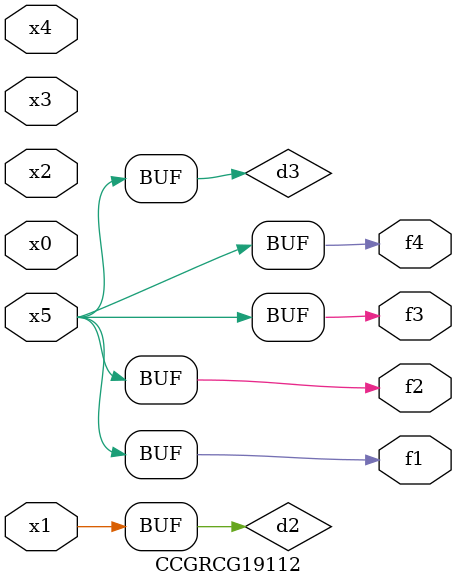
<source format=v>
module CCGRCG19112(
	input x0, x1, x2, x3, x4, x5,
	output f1, f2, f3, f4
);

	wire d1, d2, d3;

	not (d1, x5);
	or (d2, x1);
	xnor (d3, d1);
	assign f1 = d3;
	assign f2 = d3;
	assign f3 = d3;
	assign f4 = d3;
endmodule

</source>
